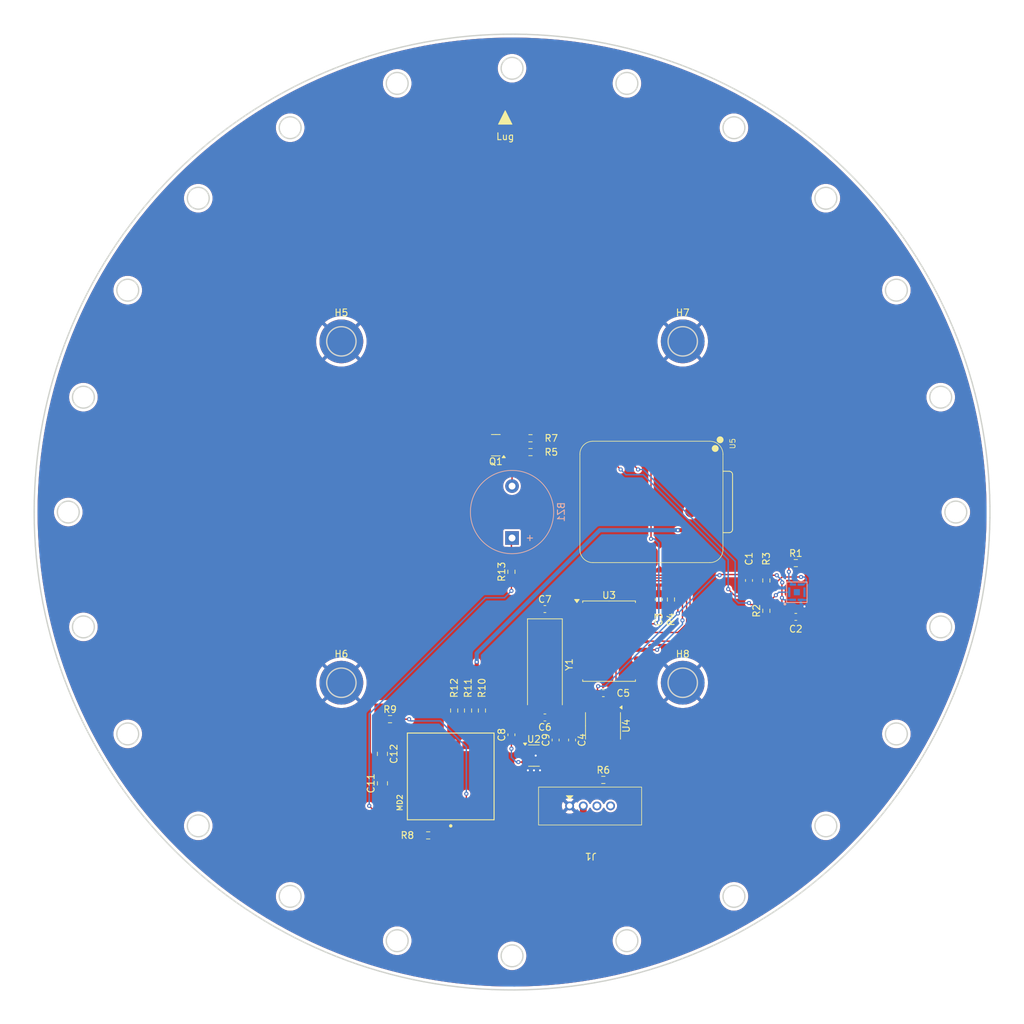
<source format=kicad_pcb>
(kicad_pcb (version 20241229) (generator "pcbnew") (generator_version "9.0")
  (layers (0 "F.Cu" signal) (2 "B.Cu" signal) (13 "F.Paste" user) (15 "B.Paste" user) (5 "F.SilkS" user "F.Silkscreen") (7 "B.SilkS" user "B.Silkscreen") (1 "F.Mask" user) (3 "B.Mask" user) (25 "Edge.Cuts" user))
  (net 0 "")
  (net 1 "GND")
  (net 2 "+3.3V")
  (net 3 "Net-(U1-SA0)")
  (net 5 "I2C_SDA")
  (net 6 "I2C_SCL")
  (net 14 "OSC1")
  (net 15 "OSC2")
  (net 16 "CAN_TX")
  (net 17 "CAN_RX")
  (net 18 "SPI_CS_MCP2515")
  (net 19 "SPI_SCK")
  (net 20 "Net-(U3-~{RESET})")
  (net 21 "CAN_L")
  (net 22 "CAN_H")
  (net 23 "+12V")
  (net 24 "Servo_PWM")
  (net 25 "+5V")
  (net 26 "SPI_MOSI")
  (net 28 "SPI_MISO")
  (net 29 "SPI_CS")
  (net 31 "Net-(BZ1--)")
  (net 32 "Net-(Q1-G)")
  (net 33 "Buzzer")
  (net 35 "Net-(MD2-TRIM)")
  (net 38 "P.G._OKL-T{slash}6-W12N-C")
  (net 41 "Net-(R10-Pad2)")
  (net 42 "Net-(R11-Pad2)")
  (net 43 "Net-(BZ1-+)")
  (footprint "Resistor_SMD:R_0603_1608Metric_Pad0.98x0.95mm_HandSolder" (layer "F.Cu") (at 152.702 89.192 180)
    (property "Reference" "R7")
    (property "Value" "10k")
  )
  (footprint "Package_TO_SOT_SMD:TSOT-23-5" (layer "F.Cu") (at 153.21 135.674)
    (property "Reference" "U2")
    (property "Value" "NCV8114BSN330T1G")
  )
  (footprint "Capacitor_SMD:C_0603_1608Metric_Pad1.08x0.95mm_HandSolder" (layer "F.Cu") (at 171.498 112.814 90)
    (property "Reference" "C3")
    (property "Value" "0.1uF")
  )
  (footprint "Capacitor_SMD:C_0805_2012Metric_Pad1.18x1.45mm_HandSolder" (layer "F.Cu") (at 131.018 139.738 90)
    (property "Reference" "C11")
    (property "Value" "22u")
  )
  (footprint "Resistor_SMD:R_0603_1608Metric_Pad0.98x0.95mm_HandSolder" (layer "F.Cu") (at 145.59 129.07 90)
    (property "Reference" "R10")
    (property "Value" "1k 0.1%")
  )
  (footprint "Resistor_SMD:R_0603_1608Metric_Pad0.98x0.95mm_HandSolder" (layer "F.Cu") (at 132.128 130.34)
    (property "Reference" "R9")
    (property "Value" "100k")
  )
  (footprint "Resistor_SMD:R_0603_1608Metric_Pad0.98x0.95mm_HandSolder" (layer "F.Cu") (at 152.702 91.224 180)
    (property "Reference" "R5")
    (property "Value" "750")
  )
  (footprint "Resistor_SMD:R_0603_1608Metric_Pad0.98x0.95mm_HandSolder" (layer "F.Cu") (at 191.564 107.48)
    (property "Reference" "R1")
    (property "Value" "10K")
  )
  (footprint "Capacitor_SMD:C_0603_1608Metric_Pad1.08x0.95mm_HandSolder" (layer "F.Cu") (at 191.564 115.354)
    (property "Reference" "C2")
    (property "Value" "0.1uF")
  )
  (footprint "Resistor_SMD:R_0603_1608Metric_Pad0.98x0.95mm_HandSolder" (layer "F.Cu") (at 143.558 129.07 90)
    (property "Reference" "R11")
    (property "Value" "330 0.1%")
  )
  (footprint "Capacitor_SMD:C_0603_1608Metric_Pad1.08x0.95mm_HandSolder" (layer "F.Cu") (at 158.798 133.388 -90)
    (property "Reference" "C4")
    (property "Value" "0.1uF")
  )
  (footprint "Capacitor_SMD:C_0603_1608Metric_Pad1.08x0.95mm_HandSolder" (layer "F.Cu") (at 163.37 126.53 180)
    (property "Reference" "C5")
    (property "Value" "0.1uF")
  )
  (footprint "MountingHole:MountingHole_3.2mm_M3_Pad_TopBottom" (layer "F.Cu") (at 175 125)
    (property "Reference" "H8")
    (property "Value" "MountingHole_Pad")
  )
  (footprint "Resistor_SMD:R_0603_1608Metric_Pad0.98x0.95mm_HandSolder" (layer "F.Cu") (at 137.716 147.358)
    (property "Reference" "R8")
    (property "Value" "20k")
  )
  (footprint "Capacitor_SMD:C_0805_2012Metric_Pad1.18x1.45mm_HandSolder" (layer "F.Cu") (at 131.01 135.42 -90)
    (property "Reference" "C12")
    (property "Value" "10u")
  )
  (footprint "Resistor_SMD:R_0603_1608Metric_Pad0.98x0.95mm_HandSolder" (layer "F.Cu") (at 149.908 108.75 90)
    (property "Reference" "R13")
    (property "Value" "600")
  )
  (footprint "MountingHole:MountingHole_3.2mm_M3_Pad_TopBottom" (layer "F.Cu") (at 175 75)
    (property "Reference" "H7")
    (property "Value" "MountingHole_Pad")
  )
  (footprint "TSRP_IC:MURATA_OKL-T-6-W12N-C_0" (layer "F.Cu") (at 141.018 138.722 90)
    (property "Reference" "MD2")
    (property "Value" "OKL-T_6-W12N-C")
  )
  (footprint "Crystal:Crystal_SMD_HC49-SD" (layer "F.Cu") (at 154.813 122.339 -90)
    (property "Reference" "Y1")
    (property "Value" "8MHz")
  )
  (footprint "MountingHole:MountingHole_3.2mm_M3_Pad_TopBottom" (layer "F.Cu") (at 125 75)
    (property "Reference" "H5")
    (property "Value" "MountingHole_Pad")
  )
  (footprint "Package_SO:SOIC-18W_7.5x11.6mm_P1.27mm" (layer "F.Cu") (at 164.211 118.91)
    (property "Reference" "U3")
    (property "Value" "MCP2515-xSO")
  )
  (footprint "Resistor_SMD:R_0603_1608Metric_Pad0.98x0.95mm_HandSolder" (layer "F.Cu") (at 187.246 114.465 90)
    (property "Reference" "R2")
    (property "Value" "10K")
  )
  (footprint "Seeed_XIAO:XIAO-RP2040-SMD" (layer "F.Cu") (at 170.355 98.463 -90)
    (property "Reference" "U5")
    (property "Value" "XIAO-RP2040-DIP")
  )
  (footprint "Resistor_SMD:R_0603_1608Metric_Pad0.98x0.95mm_HandSolder" (layer "F.Cu") (at 141.526 129.07 90)
    (property "Reference" "R12")
    (property "Value" "10 0.1%")
  )
  (footprint "Package_TO_SOT_SMD:SOT-23" (layer "F.Cu") (at 147.622 90.208 180)
    (property "Reference" "Q1")
    (property "Value" "NMOS")
  )
  (footprint "Package_SO:SOIC-8_3.9x4.9mm_P1.27mm" (layer "F.Cu") (at 163.322 131.318 -90)
    (property "Reference" "U4")
    (property "Value" "MCP2562-E-SN")
  )
  (footprint "Resistor_SMD:R_0603_1608Metric_Pad0.98x0.95mm_HandSolder" (layer "F.Cu") (at 173.276 112.814 90)
    (property "Reference" "R4")
    (property "Value" "10K")
  )
  (footprint "Capacitor_SMD:C_0603_1608Metric_Pad1.08x0.95mm_HandSolder" (layer "F.Cu") (at 154.813 130.086 180)
    (property "Reference" "C6")
    (property "Value" "15pF")
  )
  (footprint "Resistor_SMD:R_0603_1608Metric_Pad0.98x0.95mm_HandSolder" (layer "F.Cu") (at 187.246 110.02 -90)
    (property "Reference" "R3")
    (property "Value" "10K")
  )
  (footprint "TSRP_Connector_Hirose:DF51A-4P-2DSA" (layer "F.Cu") (at 161.433 140.44 180)
    (property "Reference" "J1")
    (property "Value" "DF51A-4P-2DSA")
  )
  (footprint "Capacitor_SMD:C_0603_1608Metric_Pad1.08x0.95mm_HandSolder" (layer "F.Cu") (at 149.908 132.626 90)
    (property "Reference" "C8")
    (property "Value" "1u")
  )
  (footprint "Resistor_SMD:R_0603_1608Metric_Pad0.98x0.95mm_HandSolder" (layer "F.Cu") (at 163.37 139.23)
    (property "Reference" "R6")
    (property "Value" "120")
  )
  (footprint "Capacitor_SMD:C_0603_1608Metric_Pad1.08x0.95mm_HandSolder" (layer "F.Cu") (at 156.385 133.388 90)
    (property "Reference" "C9")
    (property "Value" "1u")
  )
  (footprint "Capacitor_SMD:C_0603_1608Metric_Pad1.08x0.95mm_HandSolder" (layer "F.Cu") (at 154.813 114.211)
    (property "Reference" "C7")
    (property "Value" "15pF")
  )
  (footprint "MountingHole:MountingHole_3.2mm_M3_Pad_TopBottom" (layer "F.Cu") (at 125 125)
    (property "Reference" "H6")
    (property "Value" "MountingHole_Pad")
  )
  (footprint "Capacitor_SMD:C_0603_1608Metric_Pad1.08x0.95mm_HandSolder" (layer "F.Cu") (at 184.706 110.02 -90)
    (property "Reference" "C1")
    (property "Value" "10uF")
  )
  (footprint "Buzzer_Beeper:Buzzer_12x9.5RM7.6" (layer "B.Cu") (at 150 103.8 90)
    (property "Reference" "BZ1")
    (property "Value" "Buzzer")
  )
  (footprint "TSRP_IC:CCLGA-7L" (layer "B.Cu") (at 191.716 111.74 180)
    (property "Reference" "U1" (hide yes))
    (property "Value" "LPS28DFW")
  )
  (gr_poly (pts (xy 150 43.2) (xy 148 43.2) (xy 149 41.2)) (stroke (width 0.1)) (fill yes) (layer "F.SilkS"))
  (gr_line (start 127.419274 166.25706) (end 129.008478 166.777625) (stroke (width 0.2)) (layer "Edge.Cuts"))
  (gr_line (start 80.979059 88.348174) (end 80.720415 90.000342) (stroke (width 0.2)) (layer "Edge.Cuts"))
  (gr_circle (center 104.040556 145.961941) (end 105.640556 145.961941) (stroke (width 0.2)) (fill no) (layer "Edge.Cuts"))
  (gr_line (start 219.757929 94.153661) (end 219.598365 92.489) (stroke (width 0.2)) (layer "Edge.Cuts"))
  (gr_line (start 80.321876 93.320854) (end 80.182207 94.987302) (stroke (width 0.2)) (layer "Edge.Cuts"))
  (gr_line (start 173.375545 34.017422) (end 171.792673 33.477912) (stroke (width 0.2)) (layer "Edge.Cuts"))
  (gr_line (start 181.072024 162.727064) (end 182.561592 161.96697) (stroke (width 0.2)) (layer "Edge.Cuts"))
  (gr_circle (center 117.502497 156.291651) (end 119.102497 156.291651) (stroke (width 0.2)) (fill no) (layer "Edge.Cuts"))
  (gr_line (start 133.844319 168.109568) (end 135.475943 168.476122) (stroke (width 0.2)) (layer "Edge.Cuts"))
  (gr_line (start 215.257769 125.332775) (end 215.844301 123.766717) (stroke (width 0.2)) (layer "Edge.Cuts"))
  (gr_line (start 186.915456 159.476327) (end 188.325703 158.577571) (stroke (width 0.2)) (layer "Edge.Cuts"))
  (gr_line (start 108.251094 43.814412) (end 106.920838 44.827809) (stroke (width 0.2)) (layer "Edge.Cuts"))
  (gr_line (start 219.757929 105.846339) (end 219.877682 104.178342) (stroke (width 0.2)) (layer "Edge.Cuts"))
  (gr_line (start 182.561592 161.96697) (end 184.032578 161.17151) (stroke (width 0.2)) (layer "Edge.Cuts"))
  (gr_line (start 148.748316 30.011236) (end 147.076771 30.061169) (stroke (width 0.2)) (layer "Edge.Cuts"))
  (gr_line (start 214.633994 73.115625) (end 213.973332 71.579369) (stroke (width 0.2)) (layer "Edge.Cuts"))
  (gr_line (start 174.945078 34.59459) (end 173.375545 34.017422) (stroke (width 0.2)) (layer "Edge.Cuts"))
  (gr_line (start 82.405757 118.18463) (end 82.859444 119.794203) (stroke (width 0.2)) (layer "Edge.Cuts"))
  (gr_line (start 173.375545 165.982578) (end 174.945078 165.40541) (stroke (width 0.2)) (layer "Edge.Cuts"))
  (gr_line (start 191.079788 43.319702) (end 189.714078 42.354616) (stroke (width 0.2)) (layer "Edge.Cuts"))
  (gr_line (start 219.399081 90.828626) (end 219.160191 89.173486) (stroke (width 0.2)) (layer "Edge.Cuts"))
  (gr_line (start 88.628831 133.664123) (end 89.450519 135.120621) (stroke (width 0.2)) (layer "Edge.Cuts"))
  (gr_line (start 115.244154 160.760658) (end 116.705533 161.573632) (stroke (width 0.2)) (layer "Edge.Cuts"))
  (gr_line (start 122.732585 164.469775) (end 124.280432 165.102806) (stroke (width 0.2)) (layer "Edge.Cuts"))
  (gr_circle (center 215.002497 100) (end 216.602497 100) (stroke (width 0.2)) (fill no) (layer "Edge.Cuts"))
  (gr_line (start 152.0926 30.031211) (end 150.420577 30.001249) (stroke (width 0.2)) (layer "Edge.Cuts"))
  (gr_line (start 145.406895 169.848983) (end 147.076771 169.938831) (stroke (width 0.2)) (layer "Edge.Cuts"))
  (gr_line (start 170.197364 32.976367) (end 168.59053 32.513075) (stroke (width 0.2)) (layer "Edge.Cuts"))
  (gr_line (start 89.450519 64.879379) (end 88.628831 66.335877) (stroke (width 0.2)) (layer "Edge.Cuts"))
  (gr_circle (center 85.002497 100) (end 86.602497 100) (stroke (width 0.2)) (fill no) (layer "Edge.Cuts"))
  (gr_line (start 125.842958 165.698681) (end 127.419274 166.25706) (stroke (width 0.2)) (layer "Edge.Cuts"))
  (gr_line (start 202.227287 53.38915) (end 201.098936 52.154896) (stroke (width 0.2)) (layer "Edge.Cuts"))
  (gr_line (start 113.802612 159.913006) (end 115.244154 160.760658) (stroke (width 0.2)) (layer "Edge.Cuts"))
  (gr_line (start 209.257297 137.267528) (end 210.130641 135.841404) (stroke (width 0.2)) (layer "Edge.Cuts"))
  (gr_line (start 121.200302 163.79995) (end 122.732585 164.469775) (stroke (width 0.2)) (layer "Edge.Cuts"))
  (gr_line (start 185.484142 39.658863) (end 184.032578 38.82849) (stroke (width 0.2)) (layer "Edge.Cuts"))
  (gr_line (start 96.141264 55.290184) (end 95.088599 56.589589) (stroke (width 0.2)) (layer "Edge.Cuts"))
  (gr_circle (center 182.502497 156.291651) (end 184.102497 156.291651) (stroke (width 0.2)) (fill no) (layer "Edge.Cuts"))
  (gr_line (start 118.185916 37.648535) (end 116.705533 38.426368) (stroke (width 0.2)) (layer "Edge.Cuts"))
  (gr_line (start 84.449282 75.448502) (end 83.881499 77.021454) (stroke (width 0.2)) (layer "Edge.Cuts"))
  (gr_line (start 213.27616 129.940667) (end 213.973332 128.420631) (stroke (width 0.2)) (layer "Edge.Cuts"))
  (gr_line (start 158.759232 169.450123) (end 160.415769 169.221122) (stroke (width 0.2)) (layer "Edge.Cuts"))
  (gr_circle (center 212.787676 83.176762) (end 214.387676 83.176762) (stroke (width 0.2)) (fill no) (layer "Edge.Cuts"))
  (gr_line (start 218.88183 87.524525) (end 218.564158 85.882684) (stroke (width 0.2)) (layer "Edge.Cuts"))
  (gr_line (start 214.633994 126.884375) (end 215.257769 125.332775) (stroke (width 0.2)) (layer "Edge.Cuts"))
  (gr_line (start 108.251094 156.185588) (end 109.605179 157.16692) (stroke (width 0.2)) (layer "Edge.Cuts"))
  (gr_line (start 94.067274 142.086231) (end 95.088599 143.410411) (stroke (width 0.2)) (layer "Edge.Cuts"))
  (gr_line (start 101.853069 49.190231) (end 100.653057 50.354932) (stroke (width 0.2)) (layer "Edge.Cuts"))
  (gr_line (start 100.653057 149.645068) (end 101.853069 150.809769) (stroke (width 0.2)) (layer "Edge.Cuts"))
  (gr_line (start 219.399081 109.171374) (end 219.598365 107.511) (stroke (width 0.2)) (layer "Edge.Cuts"))
  (gr_line (start 205.431012 57.248629) (end 204.393943 55.936743) (stroke (width 0.2)) (layer "Edge.Cuts"))
  (gr_line (start 119.684458 163.093712) (end 121.200302 163.79995) (stroke (width 0.2)) (layer "Edge.Cuts"))
  (gr_line (start 192.422055 155.682862) (end 193.740111 154.653647) (stroke (width 0.2)) (layer "Edge.Cuts"))
  (gr_line (start 99.48121 51.547966) (end 98.338197 52.768653) (stroke (width 0.2)) (layer "Edge.Cuts"))
  (gr_line (start 90.306766 136.557074) (end 91.197082 137.972664) (stroke (width 0.2)) (layer "Edge.Cuts"))
  (gr_line (start 198.755409 150.231002) (end 199.941423 149.052051) (stroke (width 0.2)) (layer "Edge.Cuts"))
  (gr_line (start 150.420577 169.998751) (end 152.0926 169.968789) (stroke (width 0.2)) (layer "Edge.Cuts"))
  (gr_circle (center 133.179259 162.785179) (end 134.779259 162.785179) (stroke (width 0.2)) (fill no) (layer "Edge.Cuts"))
  (gr_line (start 168.59053 167.486925) (end 170.197364 167.023633) (stroke (width 0.2)) (layer "Edge.Cuts"))
  (gr_line (start 121.200302 36.20005) (end 119.684458 36.906288) (stroke (width 0.2)) (layer "Edge.Cuts"))
  (gr_line (start 105.615169 154.127305) (end 106.920838 155.172191) (stroke (width 0.2)) (layer "Edge.Cuts"))
  (gr_line (start 162.066363 168.952615) (end 163.710072 168.644755) (stroke (width 0.2)) (layer "Edge.Cuts"))
  (gr_line (start 93.077873 59.261969) (end 92.12096 60.633419) (stroke (width 0.2)) (layer "Edge.Cuts"))
  (gr_line (start 101.853069 150.809769) (end 103.080562 151.945471) (stroke (width 0.2)) (layer "Edge.Cuts"))
  (gr_line (start 106.920838 155.172191) (end 108.251094 156.185588) (stroke (width 0.2)) (layer "Edge.Cuts"))
  (gr_line (start 86.375708 70.817269) (end 85.696743 72.345524) (stroke (width 0.2)) (layer "Edge.Cuts"))
  (gr_line (start 212.542877 131.443615) (end 213.27616 129.940667) (stroke (width 0.2)) (layer "Edge.Cuts"))
  (gr_line (start 137.115857 31.196406) (end 135.475943 31.523878) (stroke (width 0.2)) (layer "Edge.Cuts"))
  (gr_line (start 166.973086 167.911701) (end 168.59053 167.486925) (stroke (width 0.2)) (layer "Edge.Cuts"))
  (gr_line (start 218.88183 112.475475) (end 219.160191 110.826514) (stroke (width 0.2)) (layer "Edge.Cuts"))
  (gr_circle (center 150.002497 165) (end 151.602497 165) (stroke (width 0.2)) (fill no) (layer "Edge.Cuts"))
  (gr_line (start 209.257297 62.732472) (end 208.350135 61.327619) (stroke (width 0.2)) (layer "Edge.Cuts"))
  (gr_line (start 181.072024 37.272936) (end 179.564723 36.548642) (stroke (width 0.2)) (layer "Edge.Cuts"))
  (gr_line (start 219.997503 99.163855) (end 219.957555 97.492041) (stroke (width 0.2)) (layer "Edge.Cuts"))
  (gr_line (start 129.008478 166.777625) (end 130.609664 167.260077) (stroke (width 0.2)) (layer "Edge.Cuts"))
  (gr_line (start 81.990649 83.435321) (end 81.614358 85.064726) (stroke (width 0.2)) (layer "Edge.Cuts"))
  (gr_line (start 215.844301 76.233283) (end 215.257769 74.667225) (stroke (width 0.2)) (layer "Edge.Cuts"))
  (gr_line (start 216.904319 120.59481) (end 217.3772 118.990772) (stroke (width 0.2)) (layer "Edge.Cuts"))
  (gr_line (start 133.844319 31.890432) (end 132.221918 32.295857) (stroke (width 0.2)) (layer "Edge.Cuts"))
  (gr_line (start 147.076771 30.061169) (end 145.406895 30.151017) (stroke (width 0.2)) (layer "Edge.Cuts"))
  (gr_line (start 201.098936 147.845104) (end 202.227287 146.61085) (stroke (width 0.2)) (layer "Edge.Cuts"))
  (gr_line (start 92.12096 60.633419) (end 91.197082 62.027336) (stroke (width 0.2)) (layer "Edge.Cuts"))
  (gr_line (start 218.564158 114.117316) (end 218.88183 112.475475) (stroke (width 0.2)) (layer "Edge.Cuts"))
  (gr_line (start 125.842958 34.301319) (end 124.280432 34.897194) (stroke (width 0.2)) (layer "Edge.Cuts"))
  (gr_line (start 81.990649 116.564679) (end 82.405757 118.18463) (stroke (width 0.2)) (layer "Edge.Cuts"))
  (gr_line (start 206.436447 58.584914) (end 205.431012 57.248629) (stroke (width 0.2)) (layer "Edge.Cuts"))
  (gr_line (start 158.759232 30.549877) (end 157.097697 30.360513) (stroke (width 0.2)) (layer "Edge.Cuts"))
  (gr_line (start 198.755409 49.768998) (end 197.54157 48.618714) (stroke (width 0.2)) (layer "Edge.Cuts"))
  (gr_line (start 207.409673 59.944836) (end 206.436447 58.584914) (stroke (width 0.2)) (layer "Edge.Cuts"))
  (gr_line (start 98.338197 147.231347) (end 99.48121 148.452034) (stroke (width 0.2)) (layer "Edge.Cuts"))
  (gr_line (start 80.979059 111.651826) (end 81.277097 113.297345) (stroke (width 0.2)) (layer "Edge.Cuts"))
  (gr_line (start 145.406895 30.151017) (end 143.739643 30.28073) (stroke (width 0.2)) (layer "Edge.Cuts"))
  (gr_line (start 106.920838 44.827809) (end 105.615169 45.872695) (stroke (width 0.2)) (layer "Edge.Cuts"))
  (gr_line (start 189.714078 157.645384) (end 191.079788 156.680298) (stroke (width 0.2)) (layer "Edge.Cuts"))
  (gr_line (start 80.720415 90.000342) (end 80.501312 91.658218) (stroke (width 0.2)) (layer "Edge.Cuts"))
  (gr_line (start 82.405757 81.81537) (end 81.990649 83.435321) (stroke (width 0.2)) (layer "Edge.Cuts"))
  (gr_line (start 80.182207 94.987302) (end 80.082387 96.656611) (stroke (width 0.2)) (layer "Edge.Cuts"))
  (gr_line (start 215.844301 123.766717) (end 216.393255 122.187095) (stroke (width 0.2)) (layer "Edge.Cuts"))
  (gr_line (start 191.079788 156.680298) (end 192.422055 155.682862) (stroke (width 0.2)) (layer "Edge.Cuts"))
  (gr_line (start 202.227287 146.61085) (end 203.325831 145.349995) (stroke (width 0.2)) (layer "Edge.Cuts"))
  (gr_line (start 179.564723 36.548642) (end 178.040551 35.860562) (stroke (width 0.2)) (layer "Edge.Cuts"))
  (gr_line (start 81.277097 113.297345) (end 81.614358 114.935274) (stroke (width 0.2)) (layer "Edge.Cuts"))
  (gr_line (start 219.877682 95.821658) (end 219.757929 94.153661) (stroke (width 0.2)) (layer "Edge.Cuts"))
  (gr_line (start 80.321876 106.679146) (end 80.501312 108.341782) (stroke (width 0.2)) (layer "Edge.Cuts"))
  (gr_line (start 129.008478 33.222375) (end 127.419274 33.74294) (stroke (width 0.2)) (layer "Edge.Cuts"))
  (gr_line (start 90.306766 63.442926) (end 89.450519 64.879379) (stroke (width 0.2)) (layer "Edge.Cuts"))
  (gr_line (start 153.763429 169.898894) (end 155.432112 169.789106) (stroke (width 0.2)) (layer "Edge.Cuts"))
  (gr_line (start 97.22467 145.983703) (end 98.338197 147.231347) (stroke (width 0.2)) (layer "Edge.Cuts"))
  (gr_line (start 96.141264 144.709816) (end 97.22467 145.983703) (stroke (width 0.2)) (layer "Edge.Cuts"))
  (gr_circle (center 93.710846 132.5) (end 95.310846 132.5) (stroke (width 0.2)) (fill no) (layer "Edge.Cuts"))
  (gr_line (start 219.598365 92.489) (end 219.399081 90.828626) (stroke (width 0.2)) (layer "Edge.Cuts"))
  (gr_line (start 80.720415 109.999658) (end 80.979059 111.651826) (stroke (width 0.2)) (layer "Edge.Cuts"))
  (gr_line (start 157.097697 30.360513) (end 155.432112 30.210894) (stroke (width 0.2)) (layer "Edge.Cuts"))
  (gr_line (start 143.739643 169.71927) (end 145.406895 169.848983) (stroke (width 0.2)) (layer "Edge.Cuts"))
  (gr_line (start 218.564158 85.882684) (end 218.207356 84.2489) (stroke (width 0.2)) (layer "Edge.Cuts"))
  (gr_line (start 218.207356 84.2489) (end 217.811628 82.624106) (stroke (width 0.2)) (layer "Edge.Cuts"))
  (gr_line (start 210.969668 134.394826) (end 211.7739 132.928617) (stroke (width 0.2)) (layer "Edge.Cuts"))
  (gr_line (start 171.792673 166.522088) (end 173.375545 165.982578) (stroke (width 0.2)) (layer "Edge.Cuts"))
  (gr_line (start 137.115857 168.803594) (end 138.763126 169.091798) (stroke (width 0.2)) (layer "Edge.Cuts"))
  (gr_line (start 162.066363 31.047385) (end 160.415769 30.778878) (stroke (width 0.2)) (layer "Edge.Cuts"))
  (gr_line (start 104.334834 46.948473) (end 103.080562 48.054529) (stroke (width 0.2)) (layer "Edge.Cuts"))
  (gr_line (start 210.130641 64.158596) (end 209.257297 62.732472) (stroke (width 0.2)) (layer "Edge.Cuts"))
  (gr_line (start 217.3772 118.990772) (end 217.811628 117.375894) (stroke (width 0.2)) (layer "Edge.Cuts"))
  (gr_line (start 171.792673 33.477912) (end 170.197364 32.976367) (stroke (width 0.2)) (layer "Edge.Cuts"))
  (gr_line (start 195.033205 153.593239) (end 196.300599 152.502245) (stroke (width 0.2)) (layer "Edge.Cuts"))
  (gr_line (start 203.325831 54.650005) (end 202.227287 53.38915) (stroke (width 0.2)) (layer "Edge.Cuts"))
  (gr_circle (center 104.040556 54.038059) (end 105.640556 54.038059) (stroke (width 0.2)) (fill no) (layer "Edge.Cuts"))
  (gr_line (start 84.449282 124.551498) (end 85.054479 126.110438) (stroke (width 0.2)) (layer "Edge.Cuts"))
  (gr_circle (center 117.502497 43.708349) (end 119.102497 43.708349) (stroke (width 0.2)) (fill no) (layer "Edge.Cuts"))
  (gr_line (start 157.097697 169.639487) (end 158.759232 169.450123) (stroke (width 0.2)) (layer "Edge.Cuts"))
  (gr_circle (center 87.217318 83.176762) (end 88.817318 83.176762) (stroke (width 0.2)) (fill no) (layer "Edge.Cuts"))
  (gr_line (start 116.705533 161.573632) (end 118.185916 162.351465) (stroke (width 0.2)) (layer "Edge.Cuts"))
  (gr_line (start 109.605179 42.83308) (end 108.251094 43.814412) (stroke (width 0.2)) (layer "Edge.Cuts"))
  (gr_circle (center 125.002497 75) (end 127.152497 75) (stroke (width 0.2)) (fill no) (layer "Edge.Cuts"))
  (gr_line (start 82.859444 119.794203) (end 83.351452 121.392479) (stroke (width 0.2)) (layer "Edge.Cuts"))
  (gr_line (start 186.915456 40.523673) (end 185.484142 39.658863) (stroke (width 0.2)) (layer "Edge.Cuts"))
  (gr_circle (center 175.002497 125) (end 177.152497 125) (stroke (width 0.2)) (fill no) (layer "Edge.Cuts"))
  (gr_line (start 91.197082 137.972664) (end 92.12096 139.366581) (stroke (width 0.2)) (layer "Edge.Cuts"))
  (gr_line (start 170.197364 167.023633) (end 171.792673 166.522088) (stroke (width 0.2)) (layer "Edge.Cuts"))
  (gr_line (start 127.419274 33.74294) (end 125.842958 34.301319) (stroke (width 0.2)) (layer "Edge.Cuts"))
  (gr_line (start 210.130641 135.841404) (end 210.969668 134.394826) (stroke (width 0.2)) (layer "Edge.Cuts"))
  (gr_line (start 196.300599 152.502245) (end 197.54157 151.381286) (stroke (width 0.2)) (layer "Edge.Cuts"))
  (gr_line (start 153.763429 30.101106) (end 152.0926 30.031211) (stroke (width 0.2)) (layer "Edge.Cuts"))
  (gr_line (start 80.082387 103.343389) (end 80.182207 105.012698) (stroke (width 0.2)) (layer "Edge.Cuts"))
  (gr_line (start 197.54157 48.618714) (end 196.300599 47.497755) (stroke (width 0.2)) (layer "Edge.Cuts"))
  (gr_line (start 199.941423 149.052051) (end 201.098936 147.845104) (stroke (width 0.2)) (layer "Edge.Cuts"))
  (gr_line (start 116.705533 38.426368) (end 115.244154 39.239342) (stroke (width 0.2)) (layer "Edge.Cuts"))
  (gr_line (start 210.969668 65.605174) (end 210.130641 64.158596) (stroke (width 0.2)) (layer "Edge.Cuts"))
  (gr_line (start 208.350135 61.327619) (end 207.409673 59.944836) (stroke (width 0.2)) (layer "Edge.Cuts"))
  (gr_line (start 216.904319 79.40519) (end 216.393255 77.812905) (stroke (width 0.2)) (layer "Edge.Cuts"))
  (gr_line (start 165.345958 31.702282) (end 163.710072 31.355245) (stroke (width 0.2)) (layer "Edge.Cuts"))
  (gr_line (start 199.941423 50.947949) (end 198.755409 49.768998) (stroke (width 0.2)) (layer "Edge.Cuts"))
  (gr_line (start 166.973086 32.088299) (end 165.345958 31.702282) (stroke (width 0.2)) (layer "Edge.Cuts"))
  (gr_circle (center 206.294148 132.5) (end 207.894148 132.5) (stroke (width 0.2)) (fill no) (layer "Edge.Cuts"))
  (gr_line (start 182.561592 38.03303) (end 181.072024 37.272936) (stroke (width 0.2)) (layer "Edge.Cuts"))
  (gr_circle (center 206.294148 67.5) (end 207.894148 67.5) (stroke (width 0.2)) (fill no) (layer "Edge.Cuts"))
  (gr_line (start 124.280432 34.897194) (end 122.732585 35.530225) (stroke (width 0.2)) (layer "Edge.Cuts"))
  (gr_line (start 163.710072 168.644755) (end 165.345958 168.297718) (stroke (width 0.2)) (layer "Edge.Cuts"))
  (gr_line (start 135.475943 31.523878) (end 133.844319 31.890432) (stroke (width 0.2)) (layer "Edge.Cuts"))
  (gr_line (start 80.082387 96.656611) (end 80.022472 98.327828) (stroke (width 0.2)) (layer "Edge.Cuts"))
  (gr_circle (center 166.825735 37.214821) (end 168.425735 37.214821) (stroke (width 0.2)) (fill no) (layer "Edge.Cuts"))
  (gr_line (start 219.997503 100.836145) (end 219.997503 99.163855) (stroke (width 0.2)) (layer "Edge.Cuts"))
  (gr_line (start 197.54157 151.381286) (end 198.755409 150.231002) (stroke (width 0.2)) (layer "Edge.Cuts"))
  (gr_line (start 83.351452 78.607521) (end 82.859444 80.205797) (stroke (width 0.2)) (layer "Edge.Cuts"))
  (gr_line (start 135.475943 168.476122) (end 137.115857 168.803594) (stroke (width 0.2)) (layer "Edge.Cuts"))
  (gr_line (start 95.088599 56.589589) (end 94.067274 57.913769) (stroke (width 0.2)) (layer "Edge.Cuts"))
  (gr_line (start 97.22467 54.016297) (end 96.141264 55.290184) (stroke (width 0.2)) (layer "Edge.Cuts"))
  (gr_line (start 85.054479 73.889562) (end 84.449282 75.448502) (stroke (width 0.2)) (layer "Edge.Cuts"))
  (gr_line (start 179.564723 163.451358) (end 181.072024 162.727064) (stroke (width 0.2)) (layer "Edge.Cuts"))
  (gr_line (start 103.080562 48.054529) (end 101.853069 49.190231) (stroke (width 0.2)) (layer "Edge.Cuts"))
  (gr_line (start 152.0926 169.968789) (end 153.763429 169.898894) (stroke (width 0.2)) (layer "Edge.Cuts"))
  (gr_line (start 94.067274 57.913769) (end 93.077873 59.261969) (stroke (width 0.2)) (layer "Edge.Cuts"))
  (gr_line (start 160.415769 30.778878) (end 158.759232 30.549877) (stroke (width 0.2)) (layer "Edge.Cuts"))
  (gr_circle (center 175.002497 75) (end 177.152497 75) (stroke (width 0.2)) (fill no) (layer "Edge.Cuts"))
  (gr_circle (center 195.964438 54.038059) (end 197.564438 54.038059) (stroke (width 0.2)) (fill no) (layer "Edge.Cuts"))
  (gr_line (start 219.957555 102.507959) (end 219.997503 100.836145) (stroke (width 0.2)) (layer "Edge.Cuts"))
  (gr_line (start 110.98232 158.115624) (end 112.38173 159.031161) (stroke (width 0.2)) (layer "Edge.Cuts"))
  (gr_line (start 95.088599 143.410411) (end 96.141264 144.709816) (stroke (width 0.2)) (layer "Edge.Cuts"))
  (gr_line (start 119.684458 36.906288) (end 118.185916 37.648535) (stroke (width 0.2)) (layer "Edge.Cuts"))
  (gr_line (start 87.842171 132.188412) (end 88.628831 133.664123) (stroke (width 0.2)) (layer "Edge.Cuts"))
  (gr_line (start 89.450519 135.120621) (end 90.306766 136.557074) (stroke (width 0.2)) (layer "Edge.Cuts"))
  (gr_line (start 216.393255 77.812905) (end 215.844301 76.233283) (stroke (width 0.2)) (layer "Edge.Cuts"))
  (gr_circle (center 182.502497 43.708349) (end 184.102497 43.708349) (stroke (width 0.2)) (fill no) (layer "Edge.Cuts"))
  (gr_line (start 206.436447 141.415086) (end 207.409673 140.055164) (stroke (width 0.2)) (layer "Edge.Cuts"))
  (gr_line (start 205.431012 142.751371) (end 206.436447 141.415086) (stroke (width 0.2)) (layer "Edge.Cuts"))
  (gr_line (start 147.076771 169.938831) (end 148.748316 169.988764) (stroke (width 0.2)) (layer "Edge.Cuts"))
  (gr_line (start 219.160191 110.826514) (end 219.399081 109.171374) (stroke (width 0.2)) (layer "Edge.Cuts"))
  (gr_line (start 98.338197 52.768653) (end 97.22467 54.016297) (stroke (width 0.2)) (layer "Edge.Cuts"))
  (gr_line (start 218.207356 115.7511) (end 218.564158 114.117316) (stroke (width 0.2)) (layer "Edge.Cuts"))
  (gr_line (start 93.077873 140.738031) (end 94.067274 142.086231) (stroke (width 0.2)) (layer "Edge.Cuts"))
  (gr_line (start 83.881499 77.021454) (end 83.351452 78.607521) (stroke (width 0.2)) (layer "Edge.Cuts"))
  (gr_line (start 213.27616 70.059333) (end 212.542877 68.556385) (stroke (width 0.2)) (layer "Edge.Cuts"))
  (gr_line (start 201.098936 52.154896) (end 199.941423 50.947949) (stroke (width 0.2)) (layer "Edge.Cuts"))
  (gr_line (start 83.881499 122.978546) (end 84.449282 124.551498) (stroke (width 0.2)) (layer "Edge.Cuts"))
  (gr_line (start 165.345958 168.297718) (end 166.973086 167.911701) (stroke (width 0.2)) (layer "Edge.Cuts"))
  (gr_line (start 211.7739 67.071383) (end 210.969668 65.605174) (stroke (width 0.2)) (layer "Edge.Cuts"))
  (gr_line (start 132.221918 32.295857) (end 130.609664 32.739923) (stroke (width 0.2)) (layer "Edge.Cuts"))
  (gr_line (start 80.182207 105.012698) (end 80.321876 106.679146) (stroke (width 0.2)) (layer "Edge.Cuts"))
  (gr_line (start 185.484142 160.341137) (end 186.915456 159.476327) (stroke (width 0.2)) (layer "Edge.Cuts"))
  (gr_line (start 132.221918 167.704143) (end 133.844319 168.109568) (stroke (width 0.2)) (layer "Edge.Cuts"))
  (gr_line (start 155.432112 30.210894) (end 153.763429 30.101106) (stroke (width 0.2)) (layer "Edge.Cuts"))
  (gr_line (start 80.022472 101.672172) (end 80.082387 103.343389) (stroke (width 0.2)) (layer "Edge.Cuts"))
  (gr_line (start 176.500376 35.209087) (end 174.945078 34.59459) (stroke (width 0.2)) (layer "Edge.Cuts"))
  (gr_line (start 178.040551 35.860562) (end 176.500376 35.209087) (stroke (width 0.2)) (layer "Edge.Cuts"))
  (gr_line (start 208.350135 138.672381) (end 209.257297 137.267528) (stroke (width 0.2)) (layer "Edge.Cuts"))
  (gr_line (start 122.732585 35.530225) (end 121.200302 36.20005) (stroke (width 0.2)) (layer "Edge.Cuts"))
  (gr_line (start 215.257769 74.667225) (end 214.633994 73.115625) (stroke (width 0.2)) (layer "Edge.Cuts"))
  (gr_line (start 219.598365 107.511) (end 219.757929 105.846339) (stroke (width 0.2)) (layer "Edge.Cuts"))
  (gr_line (start 219.160191 89.173486) (end 218.88183 87.524525) (stroke (width 0.2)) (layer "Edge.Cuts"))
  (gr_line (start 213.973332 128.420631) (end 214.633994 126.884375) (stroke (width 0.2)) (layer "Edge.Cuts"))
  (gr_line (start 213.973332 71.579369) (end 213.27616 70.059333) (stroke (width 0.2)) (layer "Edge.Cuts"))
  (gr_line (start 115.244154 39.239342) (end 113.802612 40.086994) (stroke (width 0.2)) (layer "Edge.Cuts"))
  (gr_circle (center 87.217318 116.823238) (end 88.817318 116.823238) (stroke (width 0.2)) (fill no) (layer "Edge.Cuts"))
  (gr_line (start 112.38173 40.968839) (end 110.98232 41.884376) (stroke (width 0.2)) (layer "Edge.Cuts"))
  (gr_line (start 87.842171 67.811588) (end 87.090987 69.30567) (stroke (width 0.2)) (layer "Edge.Cuts"))
  (gr_line (start 104.334834 153.051527) (end 105.615169 154.127305) (stroke (width 0.2)) (layer "Edge.Cuts"))
  (gr_line (start 103.080562 151.945471) (end 104.334834 153.051527) (stroke (width 0.2)) (layer "Edge.Cuts"))
  (gr_circle (center 166.825735 162.785179) (end 168.425735 162.785179) (stroke (width 0.2)) (fill no) (layer "Edge.Cuts"))
  (gr_line (start 113.802612 40.086994) (end 112.38173 40.968839) (stroke (width 0.2)) (layer "Edge.Cuts"))
  (gr_line (start 130.609664 32.739923) (end 129.008478 33.222375) (stroke (width 0.2)) (layer "Edge.Cuts"))
  (gr_line (start 130.609664 167.260077) (end 132.221918 167.704143) (stroke (width 0.2)) (layer "Edge.Cuts"))
  (gr_line (start 91.197082 62.027336) (end 90.306766 63.442926) (stroke (width 0.2)) (layer "Edge.Cuts"))
  (gr_circle (center 195.964438 145.961941) (end 197.564438 145.961941) (stroke (width 0.2)) (fill no) (layer "Edge.Cuts"))
  (gr_line (start 189.714078 42.354616) (end 188.325703 41.422429) (stroke (width 0.2)) (layer "Edge.Cuts"))
  (gr_line (start 124.280432 165.102806) (end 125.842958 165.698681) (stroke (width 0.2)) (layer "Edge.Cuts"))
  (gr_line (start 80.022472 98.327828) (end 80.002497 100) (stroke (width 0.2)) (layer "Edge.Cuts"))
  (gr_line (start 196.300599 47.497755) (end 195.033205 46.406761) (stroke (width 0.2)) (layer "Edge.Cuts"))
  (gr_line (start 81.614358 114.935274) (end 81.990649 116.564679) (stroke (width 0.2)) (layer "Edge.Cuts"))
  (gr_line (start 174.945078 165.40541) (end 176.500376 164.790913) (stroke (width 0.2)) (layer "Edge.Cuts"))
  (gr_line (start 112.38173 159.031161) (end 113.802612 159.913006) (stroke (width 0.2)) (layer "Edge.Cuts"))
  (gr_line (start 211.7739 132.928617) (end 212.542877 131.443615) (stroke (width 0.2)) (layer "Edge.Cuts"))
  (gr_line (start 109.605179 157.16692) (end 110.98232 158.115624) (stroke (width 0.2)) (layer "Edge.Cuts"))
  (gr_line (start 204.393943 144.063257) (end 205.431012 142.751371) (stroke (width 0.2)) (layer "Edge.Cuts"))
  (gr_line (start 81.614358 85.064726) (end 81.277097 86.702655) (stroke (width 0.2)) (layer "Edge.Cuts"))
  (gr_line (start 80.002497 100) (end 80.022472 101.672172) (stroke (width 0.2)) (layer "Edge.Cuts"))
  (gr_line (start 88.628831 66.335877) (end 87.842171 67.811588) (stroke (width 0.2)) (layer "Edge.Cuts"))
  (gr_line (start 188.325703 41.422429) (end 186.915456 40.523673) (stroke (width 0.2)) (layer "Edge.Cuts"))
  (gr_line (start 110.98232 41.884376) (end 109.605179 42.83308) (stroke (width 0.2)) (layer "Edge.Cuts"))
  (gr_line (start 217.811628 82.624106) (end 217.3772 81.009228) (stroke (width 0.2)) (layer "Edge.Cuts"))
  (gr_line (start 176.500376 164.790913) (end 178.040551 164.139438) (stroke (width 0.2)) (layer "Edge.Cuts"))
  (gr_line (start 148.748316 169.988764) (end 150.420577 169.998751) (stroke (width 0.2)) (layer "Edge.Cuts"))
  (gr_line (start 85.696743 72.345524) (end 85.054479 73.889562) (stroke (width 0.2)) (layer "Edge.Cuts"))
  (gr_line (start 178.040551 164.139438) (end 179.564723 163.451358) (stroke (width 0.2)) (layer "Edge.Cuts"))
  (gr_line (start 219.877682 104.178342) (end 219.957555 102.507959) (stroke (width 0.2)) (layer "Edge.Cuts"))
  (gr_line (start 204.393943 55.936743) (end 203.325831 54.650005) (stroke (width 0.2)) (layer "Edge.Cuts"))
  (gr_circle (center 212.787676 116.823238) (end 214.387676 116.823238) (stroke (width 0.2)) (fill no) (layer "Edge.Cuts"))
  (gr_circle (center 93.710846 67.5) (end 95.310846 67.5) (stroke (width 0.2)) (fill no) (layer "Edge.Cuts"))
  (gr_circle (center 150.002497 35) (end 151.602497 35) (stroke (width 0.2)) (fill no) (layer "Edge.Cuts"))
  (gr_line (start 82.859444 80.205797) (end 82.405757 81.81537) (stroke (width 0.2)) (layer "Edge.Cuts"))
  (gr_line (start 188.325703 158.577571) (end 189.714078 157.645384) (stroke (width 0.2)) (layer "Edge.Cuts"))
  (gr_line (start 142.075964 169.549767) (end 143.739643 169.71927) (stroke (width 0.2)) (layer "Edge.Cuts"))
  (gr_line (start 217.3772 81.009228) (end 216.904319 79.40519) (stroke (width 0.2)) (layer "Edge.Cuts"))
  (gr_line (start 193.740111 154.653647) (end 195.033205 153.593239) (stroke (width 0.2)) (layer "Edge.Cuts"))
  (gr_line (start 85.696743 127.654476) (end 86.375708 129.182731) (stroke (width 0.2)) (layer "Edge.Cuts"))
  (gr_line (start 203.325831 145.349995) (end 204.393943 144.063257) (stroke (width 0.2)) (layer "Edge.Cuts"))
  (gr_line (start 193.740111 45.346353) (end 192.422055 44.317138) (stroke (width 0.2)) (layer "Edge.Cuts"))
  (gr_line (start 92.12096 139.366581) (end 93.077873 140.738031) (stroke (width 0.2)) (layer "Edge.Cuts"))
  (gr_line (start 83.351452 121.392479) (end 83.881499 122.978546) (stroke (width 0.2)) (layer "Edge.Cuts"))
  (gr_line (start 118.185916 162.351465) (end 119.684458 163.093712) (stroke (width 0.2)) (layer "Edge.Cuts"))
  (gr_line (start 138.763126 169.091798) (end 140.41681 169.34057) (stroke (width 0.2)) (layer "Edge.Cuts"))
  (gr_circle (center 133.179259 37.214821) (end 134.779259 37.214821) (stroke (width 0.2)) (fill no) (layer "Edge.Cuts"))
  (gr_circle (center 125.002497 125) (end 127.152497 125) (stroke (width 0.2)) (fill no) (layer "Edge.Cuts"))
  (gr_line (start 99.48121 148.452034) (end 100.653057 149.645068) (stroke (width 0.2)) (layer "Edge.Cuts"))
  (gr_line (start 184.032578 38.82849) (end 182.561592 38.03303) (stroke (width 0.2)) (layer "Edge.Cuts"))
  (gr_line (start 80.501312 91.658218) (end 80.321876 93.320854) (stroke (width 0.2)) (layer "Edge.Cuts"))
  (gr_line (start 100.653057 50.354932) (end 99.48121 51.547966) (stroke (width 0.2)) (layer "Edge.Cuts"))
  (gr_line (start 195.033205 46.406761) (end 193.740111 45.346353) (stroke (width 0.2)) (layer "Edge.Cuts"))
  (gr_line (start 140.41681 169.34057) (end 142.075964 169.549767) (stroke (width 0.2)) (layer "Edge.Cuts"))
  (gr_line (start 160.415769 169.221122) (end 162.066363 168.952615) (stroke (width 0.2)) (layer "Edge.Cuts"))
  (gr_line (start 86.375708 129.182731) (end 87.090987 130.69433) (stroke (width 0.2)) (layer "Edge.Cuts"))
  (gr_line (start 142.075964 30.450233) (end 140.41681 30.65943) (stroke (width 0.2)) (layer "Edge.Cuts"))
  (gr_line (start 80.501312 108.341782) (end 80.720415 109.999658) (stroke (width 0.2)) (layer "Edge.Cuts"))
  (gr_line (start 212.542877 68.556385) (end 211.7739 67.071383) (stroke (width 0.2)) (layer "Edge.Cuts"))
  (gr_line (start 207.409673 140.055164) (end 208.350135 138.672381) (stroke (width 0.2)) (layer "Edge.Cuts"))
  (gr_line (start 85.054479 126.110438) (end 85.696743 127.654476) (stroke (width 0.2)) (layer "Edge.Cuts"))
  (gr_line (start 168.59053 32.513075) (end 166.973086 32.088299) (stroke (width 0.2)) (layer "Edge.Cuts"))
  (gr_line (start 105.615169 45.872695) (end 104.334834 46.948473) (stroke (width 0.2)) (layer "Edge.Cuts"))
  (gr_line (start 150.420577 30.001249) (end 148.748316 30.011236) (stroke (width 0.2)) (layer "Edge.Cuts"))
  (gr_line (start 87.090987 130.69433) (end 87.842171 132.188412) (stroke (width 0.2)) (layer "Edge.Cuts"))
  (gr_line (start 216.393255 122.187095) (end 216.904319 120.59481) (stroke (width 0.2)) (layer "Edge.Cuts"))
  (gr_line (start 138.763126 30.908202) (end 137.115857 31.196406) (stroke (width 0.2)) (layer "Edge.Cuts"))
  (gr_line (start 219.957555 97.492041) (end 219.877682 95.821658) (stroke (width 0.2)) (layer "Edge.Cuts"))
  (gr_line (start 217.811628 117.375894) (end 218.207356 115.7511) (stroke (width 0.2)) (layer "Edge.Cuts"))
  (gr_line (start 140.41681 30.65943) (end 138.763126 30.908202) (stroke (width 0.2)) (layer "Edge.Cuts"))
  (gr_line (start 155.432112 169.789106) (end 157.097697 169.639487) (stroke (width 0.2)) (layer "Edge.Cuts"))
  (gr_line (start 81.277097 86.702655) (end 80.979059 88.348174) (stroke (width 0.2)) (layer "Edge.Cuts"))
  (gr_line (start 163.710072 31.355245) (end 162.066363 31.047385) (stroke (width 0.2)) (layer "Edge.Cuts"))
  (gr_line (start 192.422055 44.317138) (end 191.079788 43.319702) (stroke (width 0.2)) (layer "Edge.Cuts"))
  (gr_line (start 87.090987 69.30567) (end 86.375708 70.817269) (stroke (width 0.2)) (layer "Edge.Cuts"))
  (gr_line (start 143.739643 30.28073) (end 142.075964 30.450233) (stroke (width 0.2)) (layer "Edge.Cuts"))
  (gr_line (start 184.032578 161.17151) (end 185.484142 160.341137) (stroke (width 0.2)) (layer "Edge.Cuts"))
  (gr_text "Lug" (at 149 45 0) (layer "F.SilkS") (effects (font (size 1 1))))
  (segment (start 163.957 128.843) (end 163.957 126.8055) (width 0.2) (layer "F.Cu") (net 1))
  (segment (start 163.957 126.8055) (end 164.2325 126.53) (width 0.2) (layer "F.Cu") (net 1))
  (via (at 192.834 113.83) (size 0.6) (drill 0.3) (layers "F.Cu" "B.Cu") (net 1))
  (via (at 153.464 135.674) (size 0.6) (drill 0.3) (layers "F.Cu" "B.Cu") (net 1))
  (via (at 152.321 137.833) (size 0.6) (drill 0.3) (layers "F.Cu" "B.Cu") (net 1))
  (via (at 153.21 137.833) (size 0.6) (drill 0.3) (layers "F.Cu" "B.Cu") (net 1))
  (via (at 154.099 137.833) (size 0.6) (drill 0.3) (layers "F.Cu" "B.Cu") (net 1))
  (segment (start 192.291 113.287) (end 192.834 113.83) (width 0.2) (layer "B.Cu") (net 1))
  (segment (start 192.291 112.865) (end 192.291 113.287) (width 0.2) (layer "B.Cu") (net 1))
  (segment (start 187.246 109.1075) (end 184.756 109.1075) (width 0.2) (layer "F.Cu") (net 2))
  (segment (start 189.532 114.338) (end 189.532 112.56) (width 0.2) (layer "F.Cu") (net 2))
  (segment (start 158.798 134.2505) (end 160.9595 134.2505) (width 0.2) (layer "F.Cu") (net 2))
  (segment (start 154.3475 134.724) (end 155.9115 134.724) (width 0.2) (layer "F.Cu") (net 2))
  (segment (start 188.77 109.258) (end 187.3965 109.258) (width 0.2) (layer "F.Cu") (net 2))
  (segment (start 162.5075 126.53) (end 162.5075 125.6145) (width 0.2) (layer "F.Cu") (net 2))
  (segment (start 180.4885 109.1575) (end 184.706 109.1575) (width 0.2) (layer "F.Cu") (net 2))
  (segment (start 187.246 115.3775) (end 188.4925 115.3775) (width 0.2) (layer "F.Cu") (net 2))
  (segment (start 188.4925 115.3775) (end 189.532 114.338) (width 0.2) (layer "F.Cu") (net 2))
  (segment (start 180.388 109.258) (end 180.4885 109.1575) (width 0.2) (layer "F.Cu") (net 2))
  (segment (start 161.417 132.547) (end 162.687 131.277) (width 0.2) (layer "F.Cu") (net 2))
  (segment (start 174.292 112.9175) (end 173.276 111.9015) (width 0.2) (layer "F.Cu") (net 2))
  (segment (start 184.756 109.1075) (end 184.706 109.1575) (width 0.2) (layer "F.Cu") (net 2))
  (segment (start 156.385 134.2505) (end 158.798 134.2505) (width 0.2) (layer "F.Cu") (net 2))
  (segment (start 161.417 133.793) (end 161.417 132.547) (width 0.2) (layer "F.Cu") (net 2))
  (segment (start 162.687 128.843) (end 162.687 126.7095) (width 0.2) (layer "F.Cu") (net 2))
  (segment (start 189.532 110.36053) (end 189.575265 110.317265) (width 0.2) (layer "F.Cu") (net 2))
  (segment (start 162.687 126.7095) (end 162.5075 126.53) (width 0.2) (layer "F.Cu") (net 2))
  (segment (start 160.9595 134.2505) (end 161.417 133.793) (width 0.2) (layer "F.Cu") (net 2))
  (segment (start 168.861 113.83) (end 171.3445 113.83) (width 0.2) (layer "F.Cu") (net 2))
  (segment (start 187.3965 109.258) (end 187.246 109.1075) (width 0.2) (layer "F.Cu") (net 2))
  (segment (start 173.276 111.9015) (end 173.273 111.9015) (width 0.2) (layer "F.Cu") (net 2))
  (segment (start 162.687 131.277) (end 162.687 128.843) (width 0.2) (layer "F.Cu") (net 2))
  (segment (start 174.292 114.846) (end 174.292 112.9175) (width 0.2) (layer "F.Cu") (net 2))
  (segment (start 190.548 115.354) (end 190.7015 115.354) (width 0.2) (layer "F.Cu") (net 2))
  (segment (start 171.3445 113.83) (end 171.498 113.6765) (width 0.2) (layer "F.Cu") (net 2))
  (segment (start 173.273 111.9015) (end 171.498 113.6765) (width 0.2) (layer "F.Cu") (net 2))
  (segment (start 155.9115 134.724) (end 156.385 134.2505) (width 0.2) (layer "F.Cu") (net 2))
  (segment (start 189.532 112.56) (end 189.532 110.36053) (width 0.2) (layer "F.Cu") (net 2))
  (segment (start 189.532 114.338) (end 190.548 115.354) (width 0.2) (layer "F.Cu") (net 2))
  (segment (start 162.5075 125.6145) (end 162.608 125.514) (width 0.2) (layer "F.Cu") (net 2))
  (via (at 174.292 114.846) (size 0.6) (drill 0.3) (layers "F.Cu" "B.Cu") (net 2))
  (via (at 162.608 125.514) (size 0.6) (drill 0.3) (layers "F.Cu" "B.Cu") (net 2))
  (via (at 189.575265 110.317265) (size 0.6) (drill 0.3) (layers "F.Cu" "B.Cu") (net 2))
  (via (at 188.77 109.258) (size 0.6) (drill 0.3) (layers "F.Cu" "B.Cu") (net 2))
  (via (at 180.388 109.258) (size 0.6) (drill 0.3) (layers "F.Cu" "B.Cu") (net 2))
  (via (at 189.532 112.56) (size 0.6) (drill 0.3) (layers "F.Cu" "B.Cu") (net 2))
  (segment (start 179.88 109.258) (end 180.388 109.258) (width 0.2) (layer "B.Cu") (net 2))
  (segment (start 174.292 114.846) (end 179.88 109.258) (width 0.2) (layer "B.Cu") (net 2))
  (segment (start 174.292 114.846) (end 163.624 125.514) (width 0.2) (layer "B.Cu") (net 2))
  (segment (start 163.624 125.514) (end 162.608 125.514) (width 0.2) (layer "B.Cu") (net 2))
  (segment (start 189.575265 110.063265) (end 188.77 109.258) (width 0.2) (layer "B.Cu") (net 2))
  (segment (start 189.575265 110.317265) (end 189.575265 110.063265) (width 0.2) (layer "B.Cu") (net 2))
  (segment (start 189.837 112.865) (end 191.141 112.865) (width 0.2) (layer "B.Cu") (net 2))
  (segment (start 189.532 112.56) (end 189.837 112.865) (width 0.2) (layer "B.Cu") (net 2))
  (segment (start 190.548 108.75) (end 190.548 107.5835) (width 0.2) (layer "F.Cu") (net 3))
  (segment (start 190.548 107.5835) (end 190.6515 107.48) (width 0.2) (layer "F.Cu") (net 3))
  (segment (start 190.548 108.797) (end 190.6515 108.9005) (width 0.2) (layer "F.Cu") (net 3))
  (segment (start 190.548 108.75) (end 190.548 108.797) (width 0.2) (layer "F.Cu") (net 3))
  (via (at 190.548 108.75) (size 0.6) (drill 0.3) (layers "F.Cu" "B.Cu") (net 3))
  (segment (start 190.548 108.75) (end 190.548 110.02) (width 0.2) (layer "B.Cu") (net 3))
  (segment (start 190.548 110.02) (end 191.141 110.613) (width 0.2) (layer "B.Cu") (net 3))
  (segment (start 191.141 110.613) (end 191.141 110.615) (width 0.2) (layer "B.Cu") (net 3))
  (segment (start 167.815 93.129) (end 167.815 90.463) (width 0.2) (layer "F.Cu") (net 5))
  (segment (start 168.45 93.764) (end 167.815 93.129) (width 0.2) (layer "F.Cu") (net 5))
  (segment (start 187.246 113.5525) (end 184.9365 113.5525) (width 0.2) (layer "F.Cu") (net 5))
  (segment (start 184.9365 113.5525) (end 184.706 113.322) (width 0.2) (layer "F.Cu") (net 5))
  (segment (start 188.643 112.179) (end 187.2695 113.5525) (width 0.2) (layer "F.Cu") (net 5))
  (segment (start 187.2695 113.5525) (end 187.246 113.5525) (width 0.2) (layer "F.Cu") (net 5))
  (via (at 168.45 93.764) (size 0.6) (drill 0.3) (layers "F.Cu" "B.Cu") (net 5))
  (via (at 184.706 113.322) (size 0.6) (drill 0.3) (layers "F.Cu" "B.Cu") (net 5))
  (via (at 188.643 112.179) (size 0.6) (drill 0.3) (layers "F.Cu" "B.Cu") (net 5))
  (segment (start 182.674 112.814) (end 182.674 107.226) (width 0.2) (layer "B.Cu") (net 5))
  (segment (start 188.643 112.179) (end 189.082 111.74) (width 0.2) (layer "B.Cu") (net 5))
  (segment (start 182.674 107.226) (end 169.212 93.764) (width 0.2) (layer "B.Cu") (net 5))
  (segment (start 183.182 113.322) (end 182.674 112.814) (width 0.2) (layer "B.Cu") (net 5))
  (segment (start 189.082 111.74) (end 190.591 111.74) (width 0.2) (layer "B.Cu") (net 5))
  (segment (start 169.212 93.764) (end 168.45 93.764) (width 0.2) (layer "B.Cu") (net 5))
  (segment (start 184.706 113.322) (end 183.182 113.322) (width 0.2) (layer "B.Cu") (net 5))
  (segment (start 181.658 111.29) (end 182.674 112.306) (width 0.2) (layer "F.Cu") (net 6))
  (segment (start 188.1115 110.9325) (end 187.246 110.9325) (width 0.2) (layer "F.Cu") (net 6))
  (segment (start 192.326 109.512) (end 189.532 109.512) (width 0.2) (layer "F.Cu") (net 6))
  (segment (start 165.275 93.129) (end 165.91 93.764) (width 0.2) (layer "F.Cu") (net 6))
  (segment (start 182.674 112.306) (end 185.8725 112.306) (width 0.2) (layer "F.Cu") (net 6))
  (segment (start 185.8725 112.306) (end 187.246 110.9325) (width 0.2) (layer "F.Cu") (net 6))
  (segment (start 189.532 109.512) (end 188.1115 110.9325) (width 0.2) (layer "F.Cu") (net 6))
  (segment (start 165.275 90.463) (end 165.275 93.129) (width 0.2) (layer "F.Cu") (net 6))
  (via (at 165.91 93.764) (size 0.6) (drill 0.3) (layers "F.Cu" "B.Cu") (net 6))
  (via (at 181.658 111.29) (size 0.6) (drill 0.3) (layers "F.Cu" "B.Cu") (net 6))
  (via (at 192.326 109.512) (size 0.6) (drill 0.3) (layers "F.Cu" "B.Cu") (net 6))
  (segment (start 193.088 110.274) (end 193.088 109.766) (width 0.2) (layer "B.Cu") (net 6))
  (segment (start 181.658 106.972) (end 169.212 94.526) (width 0.2) (layer "B.Cu") (net 6))
  (segment (start 166.672 94.526) (end 165.91 93.764) (width 0.2) (layer "B.Cu") (net 6))
  (segment (start 192.747 110.615) (end 193.088 110.274) (width 0.2) (layer "B.Cu") (net 6))
  (segment (start 192.291 110.615) (end 192.747 110.615) (width 0.2) (layer "B.Cu") (net 6))
  (segment (start 167.849 94.526) (end 166.672 94.526) (width 0.2) (layer "B.Cu") (net 6))
  (segment (start 181.658 111.29) (end 181.658 106.972) (width 0.2) (layer "B.Cu") (net 6))
  (segment (start 192.834 109.512) (end 192.326 109.512) (width 0.2) (layer "B.Cu") (net 6))
  (segment (start 193.088 109.766) (end 192.834 109.512) (width 0.2) (layer "B.Cu") (net 6))
  (segment (start 169.212 94.526) (end 167.849 94.526) (width 0.2) (layer "B.Cu") (net 6))
  (segment (start 155.6755 127.254) (end 155.6755 124.6195) (width 0.2) (layer "F.Cu") (net 14))
  (segment (start 159.561 122.72) (end 158.536001 122.72) (width 0.2) (layer "F.Cu") (net 14))
  (segment (start 158.536001 122.72) (end 154.813 126.443001) (width 0.2) (layer "F.Cu") (net 14))
  (segment (start 154.813 126.443001) (end 154.813 126.589) (width 0.2) (layer "F.Cu") (net 14))
  (segment (start 159.561 121.45) (end 158.174 121.45) (width 0.2) (layer "F.Cu") (net 15))
  (segment (start 153.9505 117.2265) (end 154.813 118.089) (width 0.2) (layer "F.Cu") (net 15))
  (segment (start 153.9505 114.211) (end 153.9505 117.2265) (width 0.2) (layer "F.Cu") (net 15))
  (segment (start 158.174 121.45) (end 154.813 118.089) (width 0.2) (layer "F.Cu") (net 15))
  (segment (start 165.227 118.471001) (end 165.227 128.843) (width 0.2) (layer "F.Cu") (net 16))
  (segment (start 160.585999 113.83) (end 165.227 118.471001) (width 0.2) (layer "F.Cu") (net 16))
  (segment (start 159.561 113.83) (end 160.585999 113.83) (width 0.2) (layer "F.Cu") (net 16))
  (segment (start 160.585999 115.1) (end 161.417 115.931001) (width 0.2) (layer "F.Cu") (net 17))
  (segment (start 159.561 115.1) (end 160.585999 115.1) (width 0.2) (layer "F.Cu") (net 17))
  (segment (start 161.417 115.931001) (end 161.417 128.843) (width 0.2) (layer "F.Cu") (net 17))
  (segment (start 170.99 116.37) (end 168.861 116.37) (width 0.2) (layer "F.Cu") (net 18))
  (segment (start 170.99 116.37) (end 171.073735 116.286265) (width 0.2) (layer "F.Cu") (net 18))
  (segment (start 170.355 103.924) (end 170.355 90.463) (width 0.2) (layer "F.Cu") (net 18))
  (via (at 171.073735 116.286265) (size 0.6) (drill 0.3) (layers "F.Cu" "B.Cu") (net 18))
  (via (at 170.355 103.924) (size 0.6) (drill 0.3) (layers "F.Cu" "B.Cu") (net 18))
  (segment (start 170.355 103.924) (end 170.825 103.924) (width 0.2) (layer "B.Cu") (net 18))
  (segment (start 171.498 115.862) (end 171.073735 116.286265) (width 0.2) (layer "B.Cu") (net 18))
  (segment (start 170.825 103.924) (end 171.498 104.597) (width 0.2) (layer "B.Cu") (net 18))
  (segment (start 171.498 104.597) (end 171.498 115.862) (width 0.2) (layer "B.Cu") (net 18))
  (segment (start 167.474 110.06) (end 173.64 110.06) (width 0.2) (layer "F.Cu") (net 19))
  (segment (start 171.244 120.18) (end 168.861 120.18) (width 0.2) (layer "F.Cu") (net 19))
  (segment (start 173.64 110.06) (end 174.962 111.382) (width 0.2) (layer "F.Cu") (net 19))
  (segment (start 165.275 107.861) (end 167.474 110.06) (width 0.2) (layer "F.Cu") (net 19))
  (segment (start 174.962 111.382) (end 174.962 115.862) (width 0.2) (layer "F.Cu") (net 19))
  (segment (start 165.275 106.627999) (end 165.275 107.861) (width 0.2) (layer "F.Cu") (net 19))
  (via (at 171.244 120.18) (size 0.6) (drill 0.3) (layers "F.Cu" "B.Cu") (net 19))
  (via (at 174.962 115.862) (size 0.6) (drill 0.3) (layers "F.Cu" "B.Cu") (net 19))
  (segment (start 174.962 115.862) (end 174.962 116.462) (width 0.2) (layer "B.Cu") (net 19))
  (segment (start 174.962 116.462) (end 171.244 120.18) (width 0.2) (layer "B.Cu") (net 19))
  (segment (start 171.9025 115.1) (end 173.276 113.7265) (width 0.2) (layer "F.Cu") (net 20))
  (segment (start 168.861 115.1) (end 171.9025 115.1) (width 0.2) (layer "F.Cu") (net 20))
  (segment (start 168.865 115.104) (end 168.861 115.1) (width 0.2) (layer "F.Cu") (net 20))
  (segment (start 162.687 139.0005) (end 162.4575 139.23) (width 0.2) (layer "F.Cu") (net 21))
  (segment (start 162.687 133.793) (end 162.687 139.0005) (width 0.2) (layer "F.Cu") (net 21))
  (segment (start 163.957 133.793) (end 163.957 138.9045) (width 0.2) (layer "F.Cu") (net 22))
  (segment (start 163.957 138.9045) (end 164.2825 139.23) (width 0.2) (layer "F.Cu") (net 22))
  (segment (start 160.433 148.517) (end 158.544 150.406) (width 1) (layer "F.Cu") (net 23))
  (segment (start 131.112 144.056) (end 130.096 144.056) (width 0.2) (layer "F.Cu") (net 23))
  (segment (start 160.433 143.04) (end 160.433 148.517) (width 1) (layer "F.Cu") (net 23))
  (segment (start 158.544 150.406) (end 135.176 150.406) (width 1) (layer "F.Cu") (net 23))
  (segment (start 130.096 144.056) (end 129.08 143.04) (width 0.2) (layer "F.Cu") (net 23))
  (segment (start 135.176 150.406) (end 132.636 147.866) (width 1) (layer "F.Cu") (net 23))
  (segment (start 149.908 111.544) (end 149.908 109.6625) (width 0.2) (layer "F.Cu") (net 23))
  (via (at 149.908 111.544) (size 0.6) (drill 0.3) (layers "F.Cu" "B.Cu") (net 23))
  (via (at 129.08 143.04) (size 0.6) (drill 0.3) (layers "F.Cu" "B.Cu") (net 23))
  (segment (start 146.098 112.56) (end 148.892 112.56) (width 0.2) (layer "B.Cu") (net 23))
  (segment (start 129.08 129.578) (end 146.098 112.56) (width 0.2) (layer "B.Cu") (net 23))
  (segment (start 129.08 143.04) (end 129.08 129.578) (width 0.2) (layer "B.Cu") (net 23))
  (segment (start 148.892 112.56) (end 149.908 111.544) (width 0.2) (layer "B.Cu") (net 23))
  (segment (start 150.924 136.624) (end 152.0725 136.624) (width 0.2) (layer "F.Cu") (net 25))
  (segment (start 146.352 125.26) (end 142.034 125.26) (width 0.6) (layer "F.Cu") (net 25))
  (segment (start 141.018 134.15) (end 137.589 134.15) (width 0.6) (layer "F.Cu") (net 25))
  (segment (start 149.908 133.4885) (end 148.65472 133.4885) (width 0.6) (layer "F.Cu") (net 25))
  (segment (start 148.65472 133.4885) (end 147.876 132.70978) (width 0.6) (layer "F.Cu") (net 25))
  (segment (start 142.034 125.26) (end 138.478 128.816) (width 0.6) (layer "F.Cu") (net 25))
  (segment (start 144.828 121.958) (end 144.828 122.466) (width 0.6) (layer "F.Cu") (net 25))
  (segment (start 175.054 102.654) (end 177.975 105.575) (width 0.6) (layer "F.Cu") (net 25))
  (segment (start 150.837 133.4885) (end 152.0725 134.724) (width 0.6) (layer "F.Cu") (net 25))
  (segment (start 149.908 134.658) (end 149.908 133.4885) (width 0.2) (layer "F.Cu") (net 25))
  (segment (start 174.292 102.654) (end 175.054 102.654) (width 0.6) (layer "F.Cu") (net 25))
  (segment (start 177.848 106.755) (end 177.975 106.628) (width 0.6) (layer "F.Cu") (net 25))
  (segment (start 147.876 132.70978) (end 147.876 126.784) (width 0.6) (layer "F.Cu") (net 25))
  (segment (start 149.908 133.4885) (end 150.837 133.4885) (width 0.6) (layer "F.Cu") (net 25))
  (segment (start 144.828 122.466) (end 142.034 125.26) (width 0.6) (layer "F.Cu") (net 25))
  (segment (start 177.975 105.575) (end 177.975 106.628) (width 0.6) (layer "F.Cu") (net 25))
  (segment (start 147.876 126.784) (end 146.352 125.26) (width 0.6) (layer "F.Cu") (net 25))
  (via (at 144.828 121.958) (size 0.6) (drill 0.3) (layers "F.Cu" "B.Cu") (net 25))
  (via (at 149.908 134.658) (size 0.6) (drill 0.3) (layers "F.Cu" "B.Cu") (net 25))
  (via (at 174.292 102.654) (size 0.6) (drill 0.3) (layers "F.Cu" "B.Cu") (net 25))
  (via (at 150.924 136.624) (size 0.6) (drill 0.3) (layers "F.Cu" "B.Cu") (net 25))
  (segment (start 150.604 136.624) (end 150.924 136.624) (width 0.2) (layer "B.Cu") (net 25))
  (segment (start 162.862 102.654) (end 144.828 120.688) (width 0.6) (layer "B.Cu") (net 25))
  (segment (start 149.908 135.928) (end 150.604 136.624) (width 0.2) (layer "B.Cu") (net 25))
  (segment (start 149.908 134.658) (end 149.908 135.928) (width 0.2) (layer "B.Cu") (net 25))
  (segment (start 174.292 102.654) (end 162.862 102.654) (width 0.6) (layer "B.Cu") (net 25))
  (segment (start 144.828 120.688) (end 144.828 121.958) (width 0.6) (layer "B.Cu") (net 25))
  (segment (start 175.054 118.91) (end 168.861 118.91) (width 0.2) (layer "F.Cu") (net 26))
  (segment (start 170.355 108.877) (end 170.736 109.258) (width 0.2) (layer "F.Cu") (net 26))
  (segment (start 174.546 109.258) (end 176.07 110.782) (width 0.2) (layer "F.Cu") (net 26))
  (segment (start 170.736 109.258) (end 174.546 109.258) (width 0.2) (layer "F.Cu") (net 26))
  (segment (start 176.07 117.894) (end 175.054 118.91) (width 0.2) (layer "F.Cu") (net 26))
  (segment (start 170.355 106.628) (end 170.355 108.877) (width 0.2) (layer "F.Cu") (net 26))
  (segment (start 176.07 110.782) (end 176.07 117.894) (width 0.2) (layer "F.Cu") (net 26))
  (segment (start 175.562 111.29) (end 175.562 116.37) (width 0.2) (layer "F.Cu") (net 28))
  (segment (start 173.931 109.659) (end 175.562 111.29) (width 0.2) (layer "F.Cu") (net 28))
  (segment (start 167.815 109.131) (end 168.343 109.659) (width 0.2) (layer "F.Cu") (net 28))
  (segment (start 175.562 116.37) (end 174.292 117.64) (width 0.2) (layer "F.Cu") (net 28))
  (segment (start 168.343 109.659) (end 173.931 109.659) (width 0.2) (layer "F.Cu") (net 28))
  (segment (start 174.292 117.64) (end 168.861 117.64) (width 0.2) (layer "F.Cu") (net 28))
  (segment (start 167.815 106.628) (end 167.815 109.131) (width 0.2) (layer "F.Cu") (net 28))
  (segment (start 150 91.824) (end 150 96.2) (width 0.2) (layer "F.Cu") (net 31))
  (segment (start 148.5595 91.158) (end 149.334 91.158) (width 0.2) (layer "F.Cu") (net 31))
  (segment (start 149.334 91.158) (end 150 91.824) (width 0.2) (layer "F.Cu") (net 31))
  (segment (start 151.7895 91.224) (end 151.7895 89.192) (width 0.2) (layer "F.Cu") (net 32))
  (segment (start 151.7235 89.258) (end 151.7895 89.192) (width 0.2) (layer "F.Cu") (net 32))
  (segment (start 148.5595 89.258) (end 151.7235 89.258) (width 0.2) (layer "F.Cu") (net 32))
  (segment (start 172.895 87.541) (end 172.895 90.463) (width 0.2) (layer "F.Cu") (net 33))
  (segment (start 153.6145 91.224) (end 154.48 91.224) (width 0.2) (layer "F.Cu") (net 33))
  (segment (start 171.244 85.89) (end 172.895 87.541) (width 0.2) (layer "F.Cu") (net 33))
  (segment (start 159.814 85.89) (end 171.244 85.89) (width 0.2) (layer "F.Cu") (net 33))
  (segment (start 154.48 91.224) (end 159.814 85.89) (width 0.2) (layer "F.Cu") (net 33))
  (segment (start 145.59 134.15) (end 145.59 129.9825) (width 0.2) (layer "F.Cu") (net 35))
  (segment (start 143.304 141.262) (end 143.304 143.294) (width 0.2) (layer "F.Cu") (net 38))
  (segment (start 134.922 130.34) (end 133.0405 130.34) (width 0.2) (layer "F.Cu") (net 38))
  (via (at 143.304 141.262) (size 0.6) (drill 0.3) (layers "F.Cu" "B.Cu") (net 38))
  (via (at 134.922 130.34) (size 0.6) (drill 0.3) (layers "F.Cu" "B.Cu") (net 38))
  (segment (start 134.922 130.34) (end 135.176 130.594) (width 0.2) (layer "B.Cu") (net 38))
  (segment (start 139.494 130.594) (end 143.304 134.404) (width 0.2) (layer "B.Cu") (net 38))
  (segment (start 143.304 134.404) (end 143.304 141.262) (width 0.2) (layer "B.Cu") (net 38))
  (segment (start 135.176 130.594) (end 139.494 130.594) (width 0.2) (layer "B.Cu") (net 38))
  (segment (start 145.59 128.1575) (end 145.383 128.1575) (width 0.2) (layer "F.Cu") (net 41))
  (segment (start 145.383 128.1575) (end 143.558 129.9825) (width 0.2) (layer "F.Cu") (net 41))
  (segment (start 143.558 128.1575) (end 143.351 128.1575) (width 0.2) (layer "F.Cu") (net 42))
  (segment (start 143.351 128.1575) (end 141.526 129.9825) (width 0.2) (layer "F.Cu") (net 42))
  (segment (start 149.908 107.8375) (end 149.908 103.892) (width 0.2) (layer "F.Cu") (net 43))
  (segment (start 149.908 103.892) (end 150 103.8) (width 0.2) (layer "F.Cu") (net 43))
  (zone (net 25) (net_name "+5V") (layer "F.Cu") (priority 1) (connect_pads yes (clearance 0.5)) (min_thickness 0.25) (fill yes (thermal_gap 0.5) (thermal_bridge_width 0.5))
    (polygon (pts (xy 140.002 135.166) (xy 129.842 135.166) (xy 129.842 128.054) (xy 140.002 128.054)))
  )
  (zone (net 23) (net_name "+12V") (layer "F.Cu") (priority 2) (connect_pads yes (clearance 0.5)) (min_thickness 0.25) (fill yes (thermal_gap 0.5) (thermal_bridge_width 0.5))
    (polygon (pts (xy 137.462 139.992) (xy 130.096 139.992) (xy 130.096 149.029052) (xy 133.144 150.152) (xy 137.462 150.152) (xy 137.462 148.374)))
  )
  (zone (net 1) (net_name "GND") (layers "F.Cu" "B.Cu") (connect_pads (clearance 0.3)) (min_thickness 0.25) (fill yes (thermal_gap 0.5) (thermal_bridge_width 0.5))
    (polygon (pts (xy 75 50) (xy 100 25) (xy 190 25) (xy 225 65) (xy 225 150) (xy 185 175) (xy 110 175) (xy 75 135)))
  )
)
</source>
